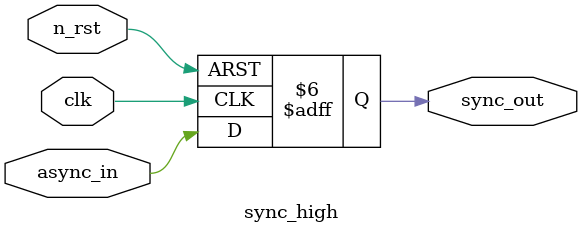
<source format=sv>
module sync_high
(
	input wire clk,
	input wire n_rst,
	input wire async_in,
	output reg sync_out
);

reg midline = 0; //Connector between flip-flops.

//first flip-flop
always_ff @ (posedge clk, posedge n_rst)
begin
	if (n_rst == 1'b1)
	begin
		midline = 1'b0;
	end
	else
	begin
		midline = async_in;
	end
end

//second flip-flop
always_ff @ (posedge clk, posedge n_rst)
begin
	if (n_rst == 1'b1)
	begin
		sync_out = 1'b0;
	end
	else
	begin
		sync_out = async_in;
	end
end

endmodule

</source>
